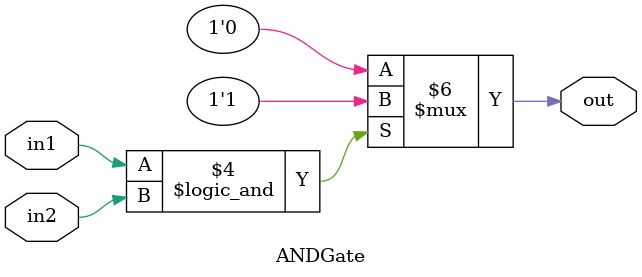
<source format=v>
module ANDGate(in1, in2, out);
input in1, in2;
output reg out;

always @(in1 or in2) begin
	if(in1 == 1 && in2 == 1)
		out <= 1;
	else
		out <= 0;
end
endmodule


</source>
